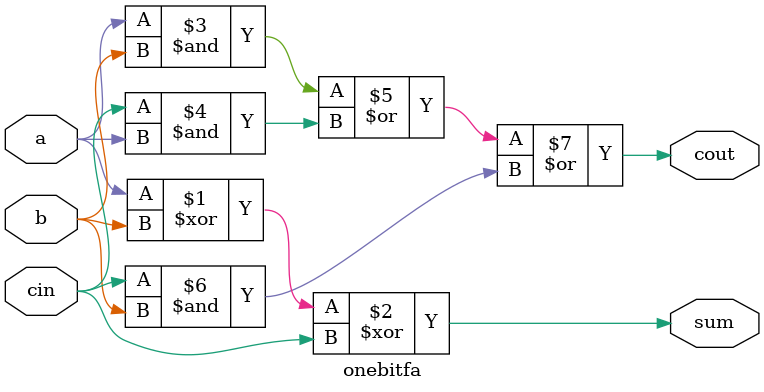
<source format=v>
module onebitfa (
    input  wire a,      // Operand A
    input  wire b,      // Operand B
    input  wire cin,    // Carry in
    output wire sum,    // Sum
    output wire cout    // Carry out
);

  // Internal components
  xor xor1(sum, a, b, cin);                     // Take the XOR with fan in of 3 of a, b and cin and put the result in sum
  or or1(cout, (a & b), (cin & a), (cin & b));  // Take the OR with fan in of 3 of a&b, cin&a and cin&b and put the result in cout
endmodule
</source>
